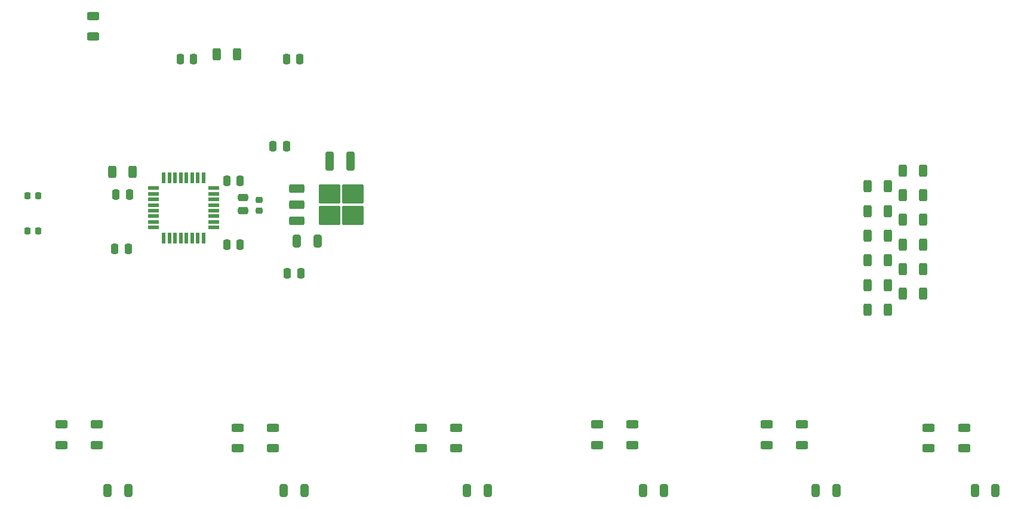
<source format=gbr>
%TF.GenerationSoftware,KiCad,Pcbnew,8.0.7*%
%TF.CreationDate,2025-02-23T09:23:24-08:00*%
%TF.ProjectId,M56Controller,4d353643-6f6e-4747-926f-6c6c65722e6b,rev?*%
%TF.SameCoordinates,Original*%
%TF.FileFunction,Paste,Top*%
%TF.FilePolarity,Positive*%
%FSLAX46Y46*%
G04 Gerber Fmt 4.6, Leading zero omitted, Abs format (unit mm)*
G04 Created by KiCad (PCBNEW 8.0.7) date 2025-02-23 09:23:24*
%MOMM*%
%LPD*%
G01*
G04 APERTURE LIST*
G04 Aperture macros list*
%AMRoundRect*
0 Rectangle with rounded corners*
0 $1 Rounding radius*
0 $2 $3 $4 $5 $6 $7 $8 $9 X,Y pos of 4 corners*
0 Add a 4 corners polygon primitive as box body*
4,1,4,$2,$3,$4,$5,$6,$7,$8,$9,$2,$3,0*
0 Add four circle primitives for the rounded corners*
1,1,$1+$1,$2,$3*
1,1,$1+$1,$4,$5*
1,1,$1+$1,$6,$7*
1,1,$1+$1,$8,$9*
0 Add four rect primitives between the rounded corners*
20,1,$1+$1,$2,$3,$4,$5,0*
20,1,$1+$1,$4,$5,$6,$7,0*
20,1,$1+$1,$6,$7,$8,$9,0*
20,1,$1+$1,$8,$9,$2,$3,0*%
G04 Aperture macros list end*
%ADD10RoundRect,0.250000X-0.475000X0.250000X-0.475000X-0.250000X0.475000X-0.250000X0.475000X0.250000X0*%
%ADD11RoundRect,0.250000X0.625000X-0.312500X0.625000X0.312500X-0.625000X0.312500X-0.625000X-0.312500X0*%
%ADD12RoundRect,0.250000X-0.250000X-0.475000X0.250000X-0.475000X0.250000X0.475000X-0.250000X0.475000X0*%
%ADD13RoundRect,0.225000X0.225000X0.250000X-0.225000X0.250000X-0.225000X-0.250000X0.225000X-0.250000X0*%
%ADD14RoundRect,0.250000X-0.325000X-0.650000X0.325000X-0.650000X0.325000X0.650000X-0.325000X0.650000X0*%
%ADD15RoundRect,0.250000X-0.325000X-1.100000X0.325000X-1.100000X0.325000X1.100000X-0.325000X1.100000X0*%
%ADD16RoundRect,0.250000X-0.625000X0.312500X-0.625000X-0.312500X0.625000X-0.312500X0.625000X0.312500X0*%
%ADD17RoundRect,0.250000X0.250000X0.475000X-0.250000X0.475000X-0.250000X-0.475000X0.250000X-0.475000X0*%
%ADD18RoundRect,0.250000X0.312500X0.625000X-0.312500X0.625000X-0.312500X-0.625000X0.312500X-0.625000X0*%
%ADD19R,1.600000X0.550000*%
%ADD20R,0.550000X1.600000*%
%ADD21RoundRect,0.250000X-0.850000X-0.350000X0.850000X-0.350000X0.850000X0.350000X-0.850000X0.350000X0*%
%ADD22RoundRect,0.250000X-1.275000X-1.125000X1.275000X-1.125000X1.275000X1.125000X-1.275000X1.125000X0*%
%ADD23RoundRect,0.225000X-0.250000X0.225000X-0.250000X-0.225000X0.250000X-0.225000X0.250000X0.225000X0*%
%ADD24RoundRect,0.250000X-0.312500X-0.625000X0.312500X-0.625000X0.312500X0.625000X-0.312500X0.625000X0*%
G04 APERTURE END LIST*
D10*
%TO.C,C1*%
X56420000Y-88500000D03*
X56420000Y-90400000D03*
%TD*%
D11*
%TO.C,R13*%
X35120000Y-65712500D03*
X35120000Y-62787500D03*
%TD*%
D12*
%TO.C,C13*%
X60670000Y-81250000D03*
X62570000Y-81250000D03*
%TD*%
D13*
%TO.C,C4*%
X27395000Y-93250000D03*
X25845000Y-93250000D03*
%TD*%
D14*
%TO.C,C25*%
X62158250Y-130110000D03*
X65108250Y-130110000D03*
%TD*%
D15*
%TO.C,C6*%
X68645000Y-83350000D03*
X71595000Y-83350000D03*
%TD*%
D16*
%TO.C,R9*%
X111633250Y-120722500D03*
X111633250Y-123647500D03*
%TD*%
D17*
%TO.C,C19*%
X64470000Y-68850000D03*
X62570000Y-68850000D03*
%TD*%
D18*
%TO.C,R18*%
X152845750Y-98700000D03*
X149920750Y-98700000D03*
%TD*%
%TO.C,R17*%
X147845750Y-104450000D03*
X144920750Y-104450000D03*
%TD*%
D14*
%TO.C,C26*%
X88158250Y-130110000D03*
X91108250Y-130110000D03*
%TD*%
%TO.C,C24*%
X37158250Y-130110000D03*
X40108250Y-130110000D03*
%TD*%
D12*
%TO.C,C16*%
X62670000Y-99250000D03*
X64570000Y-99250000D03*
%TD*%
D17*
%TO.C,C14*%
X49370000Y-68850000D03*
X47470000Y-68850000D03*
%TD*%
D12*
%TO.C,C15*%
X38220000Y-95850000D03*
X40120000Y-95850000D03*
%TD*%
D13*
%TO.C,C3*%
X27395000Y-88250000D03*
X25845000Y-88250000D03*
%TD*%
D18*
%TO.C,R19*%
X147845750Y-100950000D03*
X144920750Y-100950000D03*
%TD*%
D11*
%TO.C,R11*%
X106633250Y-123647500D03*
X106633250Y-120722500D03*
%TD*%
D16*
%TO.C,R10*%
X35633250Y-120722500D03*
X35633250Y-123647500D03*
%TD*%
D14*
%TO.C,C5*%
X64045000Y-94742500D03*
X66995000Y-94742500D03*
%TD*%
D18*
%TO.C,R20*%
X152845750Y-95200000D03*
X149920750Y-95200000D03*
%TD*%
D11*
%TO.C,R8*%
X55633250Y-124110000D03*
X55633250Y-121185000D03*
%TD*%
D18*
%TO.C,R24*%
X152845750Y-88200000D03*
X149920750Y-88200000D03*
%TD*%
D16*
%TO.C,R6*%
X60633250Y-121185000D03*
X60633250Y-124110000D03*
%TD*%
D11*
%TO.C,R3*%
X153633250Y-124110000D03*
X153633250Y-121185000D03*
%TD*%
D18*
%TO.C,R22*%
X152845750Y-91700000D03*
X149920750Y-91700000D03*
%TD*%
D14*
%TO.C,C22*%
X137633250Y-130110000D03*
X140583250Y-130110000D03*
%TD*%
D11*
%TO.C,R7*%
X130633250Y-123647500D03*
X130633250Y-120722500D03*
%TD*%
D16*
%TO.C,R2*%
X86633250Y-121185000D03*
X86633250Y-124110000D03*
%TD*%
%TO.C,R1*%
X158633250Y-121185000D03*
X158633250Y-124110000D03*
%TD*%
D11*
%TO.C,R12*%
X30633250Y-123647500D03*
X30633250Y-120722500D03*
%TD*%
D18*
%TO.C,R23*%
X147845750Y-93950000D03*
X144920750Y-93950000D03*
%TD*%
%TO.C,R27*%
X147845750Y-86950000D03*
X144920750Y-86950000D03*
%TD*%
D19*
%TO.C,U1*%
X43720000Y-87200000D03*
X43720000Y-88000000D03*
X43720000Y-88800000D03*
X43720000Y-89600000D03*
X43720000Y-90400000D03*
X43720000Y-91200000D03*
X43720000Y-92000000D03*
X43720000Y-92800000D03*
D20*
X45170000Y-94250000D03*
X45970000Y-94250000D03*
X46770000Y-94250000D03*
X47570000Y-94250000D03*
X48370000Y-94250000D03*
X49170000Y-94250000D03*
X49970000Y-94250000D03*
X50770000Y-94250000D03*
D19*
X52220000Y-92800000D03*
X52220000Y-92000000D03*
X52220000Y-91200000D03*
X52220000Y-90400000D03*
X52220000Y-89600000D03*
X52220000Y-88800000D03*
X52220000Y-88000000D03*
X52220000Y-87200000D03*
D20*
X50770000Y-85750000D03*
X49970000Y-85750000D03*
X49170000Y-85750000D03*
X48370000Y-85750000D03*
X47570000Y-85750000D03*
X46770000Y-85750000D03*
X45970000Y-85750000D03*
X45170000Y-85750000D03*
%TD*%
D14*
%TO.C,C21*%
X160158250Y-130110000D03*
X163108250Y-130110000D03*
%TD*%
D11*
%TO.C,R4*%
X81633250Y-124110000D03*
X81633250Y-121185000D03*
%TD*%
D12*
%TO.C,C20*%
X54070000Y-86150000D03*
X55970000Y-86150000D03*
%TD*%
D21*
%TO.C,U3*%
X64020000Y-87242500D03*
X64020000Y-89522500D03*
D22*
X68645000Y-87997500D03*
X68645000Y-91047500D03*
X71995000Y-87997500D03*
X71995000Y-91047500D03*
D21*
X64020000Y-91802500D03*
%TD*%
D23*
%TO.C,C2*%
X58720000Y-88875000D03*
X58720000Y-90425000D03*
%TD*%
D16*
%TO.C,R5*%
X135633250Y-120722500D03*
X135633250Y-123647500D03*
%TD*%
D18*
%TO.C,R16*%
X152845750Y-102200000D03*
X149920750Y-102200000D03*
%TD*%
D12*
%TO.C,C18*%
X38370000Y-88150000D03*
X40270000Y-88150000D03*
%TD*%
D18*
%TO.C,R26*%
X152845750Y-84700000D03*
X149920750Y-84700000D03*
%TD*%
D14*
%TO.C,C23*%
X113158250Y-130110000D03*
X116108250Y-130110000D03*
%TD*%
D24*
%TO.C,R14*%
X37837500Y-84900000D03*
X40762500Y-84900000D03*
%TD*%
%TO.C,R15*%
X52657500Y-68250000D03*
X55582500Y-68250000D03*
%TD*%
D12*
%TO.C,C17*%
X54070000Y-95250000D03*
X55970000Y-95250000D03*
%TD*%
D18*
%TO.C,R25*%
X147845750Y-90450000D03*
X144920750Y-90450000D03*
%TD*%
%TO.C,R21*%
X147845750Y-97450000D03*
X144920750Y-97450000D03*
%TD*%
M02*

</source>
